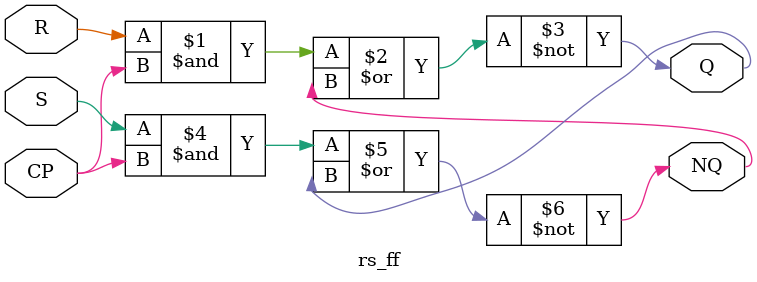
<source format=v>
`timescale 1ns / 1ps

module rs_ff(R,S,CP,Q,NQ);
    input R,S,CP;
    output Q,NQ;
    wire Q,NQ;
    
//    always @ (posedge CP)
//    begin
    assign Q=~((R&CP)|NQ);
    assign NQ=~((S&CP)|Q);
//    end
endmodule


</source>
